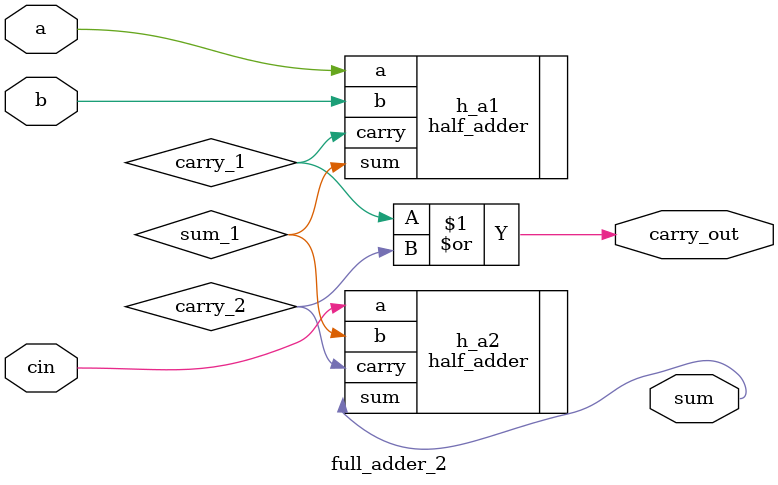
<source format=v>
module full_adder_2(
        output sum, 
        output carry_out,
        input a, b, cin

);

wire sum_1,carry_1,carry_2;

half_adder h_a1(
        .sum(sum_1),
        .carry(carry_1),
        .a(a), 
        .b(b)
);

half_adder h_a2(
        .sum(sum),
        .carry(carry_2),
        .a(cin), 
        .b(sum_1)
);



assign carry_out = carry_1 | carry_2;

endmodule

</source>
